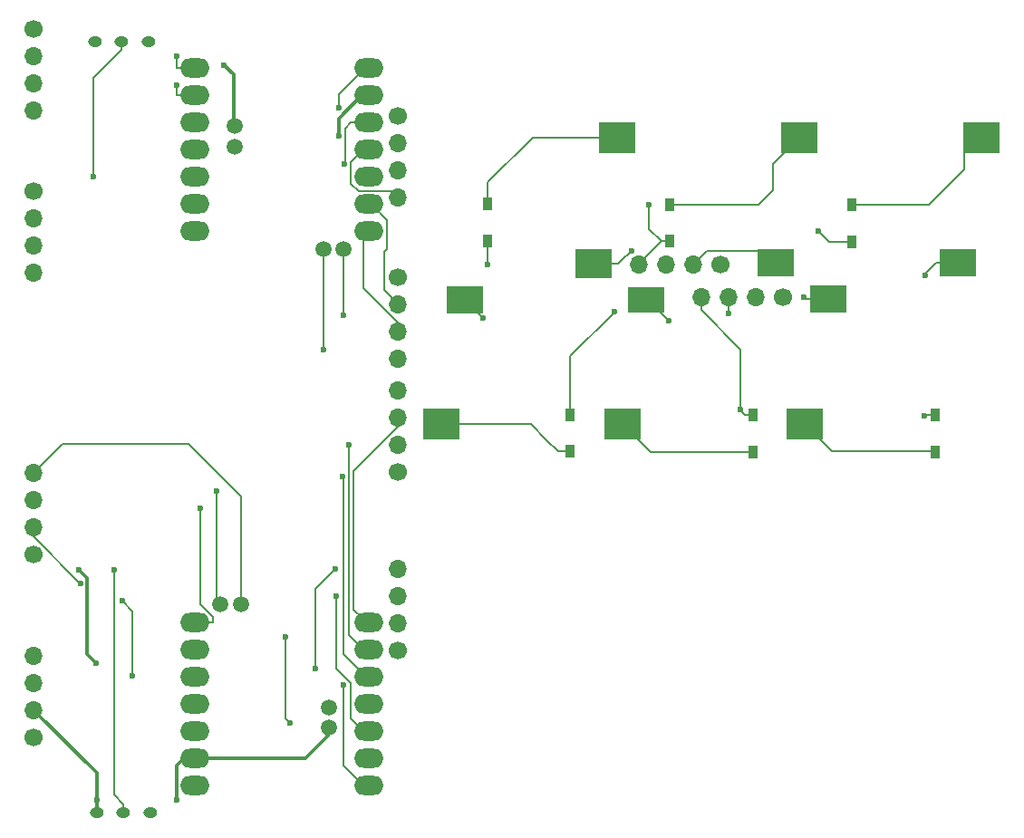
<source format=gbr>
G04 #@! TF.GenerationSoftware,KiCad,Pcbnew,9.0.0*
G04 #@! TF.CreationDate,2025-04-19T14:36:31+09:00*
G04 #@! TF.ProjectId,nofy_V2_E,6e6f6679-5f56-4325-9f45-2e6b69636164,rev?*
G04 #@! TF.SameCoordinates,Original*
G04 #@! TF.FileFunction,Copper,L2,Bot*
G04 #@! TF.FilePolarity,Positive*
%FSLAX46Y46*%
G04 Gerber Fmt 4.6, Leading zero omitted, Abs format (unit mm)*
G04 Created by KiCad (PCBNEW 9.0.0) date 2025-04-19 14:36:31*
%MOMM*%
%LPD*%
G01*
G04 APERTURE LIST*
G04 #@! TA.AperFunction,SMDPad,CuDef*
%ADD10R,0.950000X1.200000*%
G04 #@! TD*
G04 #@! TA.AperFunction,ComponentPad*
%ADD11O,2.750000X1.800000*%
G04 #@! TD*
G04 #@! TA.AperFunction,ComponentPad*
%ADD12C,1.500000*%
G04 #@! TD*
G04 #@! TA.AperFunction,SMDPad,CuDef*
%ADD13R,3.500000X2.700000*%
G04 #@! TD*
G04 #@! TA.AperFunction,SMDPad,CuDef*
%ADD14R,3.500000X3.000000*%
G04 #@! TD*
G04 #@! TA.AperFunction,SMDPad,CuDef*
%ADD15R,3.500000X2.650000*%
G04 #@! TD*
G04 #@! TA.AperFunction,ComponentPad*
%ADD16C,1.700000*%
G04 #@! TD*
G04 #@! TA.AperFunction,ComponentPad*
%ADD17O,1.700000X1.700000*%
G04 #@! TD*
G04 #@! TA.AperFunction,SMDPad,CuDef*
%ADD18R,3.500000X2.450000*%
G04 #@! TD*
G04 #@! TA.AperFunction,SMDPad,CuDef*
%ADD19R,3.500000X2.500000*%
G04 #@! TD*
G04 #@! TA.AperFunction,ComponentPad*
%ADD20O,1.300000X1.000000*%
G04 #@! TD*
G04 #@! TA.AperFunction,ViaPad*
%ADD21C,0.600000*%
G04 #@! TD*
G04 #@! TA.AperFunction,Conductor*
%ADD22C,0.200000*%
G04 #@! TD*
G04 #@! TA.AperFunction,Conductor*
%ADD23C,0.300000*%
G04 #@! TD*
G04 APERTURE END LIST*
D10*
X104145500Y-55829525D03*
X104145500Y-59279525D03*
D11*
X34979100Y-23434100D03*
X34979100Y-25974100D03*
X34979100Y-28514100D03*
X34979100Y-31054100D03*
X34979100Y-33594100D03*
X34979100Y-36134100D03*
X34979100Y-38674100D03*
X51219100Y-38674100D03*
X51219100Y-36134100D03*
X51219100Y-33594100D03*
X51219100Y-31054100D03*
X51219100Y-28514100D03*
X51219100Y-25974100D03*
X51219100Y-23434100D03*
D12*
X46934500Y-40366100D03*
X48814100Y-40366100D03*
X38654100Y-30737100D03*
X38654100Y-28832100D03*
D13*
X72245500Y-41653000D03*
D14*
X74445500Y-29903000D03*
D10*
X96295500Y-39652975D03*
X96295500Y-36202975D03*
X87095500Y-55829525D03*
X87095500Y-59279525D03*
D15*
X89245500Y-41628000D03*
D14*
X91445500Y-29903000D03*
D16*
X53899100Y-42934100D03*
D17*
X53899100Y-45474100D03*
X53899100Y-48014100D03*
X53899100Y-50554100D03*
D18*
X77145500Y-45078000D03*
D14*
X74945500Y-56703000D03*
D16*
X89865500Y-44853000D03*
D17*
X87325500Y-44853000D03*
X84785500Y-44853000D03*
X82245500Y-44853000D03*
D16*
X19899100Y-34879100D03*
D17*
X19899100Y-37419100D03*
X19899100Y-39959100D03*
X19899100Y-42499100D03*
D19*
X60145500Y-45053000D03*
D14*
X57945500Y-56703000D03*
D10*
X70045500Y-55803025D03*
X70045500Y-59253025D03*
D20*
X30780500Y-92998000D03*
X28280500Y-92998000D03*
X25780500Y-92998000D03*
D16*
X19880500Y-85948000D03*
D17*
X19880500Y-83408000D03*
X19880500Y-80868000D03*
X19880500Y-78328000D03*
D16*
X53880500Y-77848000D03*
D17*
X53880500Y-75308000D03*
X53880500Y-72768000D03*
X53880500Y-70228000D03*
D10*
X62295500Y-39552975D03*
X62295500Y-36102975D03*
D16*
X53899100Y-27874100D03*
D17*
X53899100Y-30414100D03*
X53899100Y-32954100D03*
X53899100Y-35494100D03*
D16*
X53880500Y-61148000D03*
D17*
X53880500Y-58608000D03*
X53880500Y-56068000D03*
X53880500Y-53528000D03*
D15*
X94145500Y-44978000D03*
D14*
X91945500Y-56703000D03*
D20*
X25599100Y-20924100D03*
X28099100Y-20924100D03*
X30599100Y-20924100D03*
D16*
X19880500Y-68888000D03*
D17*
X19880500Y-66348000D03*
X19880500Y-63808000D03*
X19880500Y-61268000D03*
D11*
X51200500Y-90468000D03*
X51200500Y-87928000D03*
X51200500Y-85388000D03*
X51200500Y-82848000D03*
X51200500Y-80308000D03*
X51200500Y-77768000D03*
X51200500Y-75228000D03*
X34960500Y-75228000D03*
X34960500Y-77768000D03*
X34960500Y-80308000D03*
X34960500Y-82848000D03*
X34960500Y-85388000D03*
X34960500Y-87928000D03*
X34960500Y-90468000D03*
D12*
X39245100Y-73536000D03*
X37365500Y-73536000D03*
X47525500Y-83165000D03*
X47525500Y-85070000D03*
D16*
X19899100Y-19734100D03*
D17*
X19899100Y-22274100D03*
X19899100Y-24814100D03*
X19899100Y-27354100D03*
D10*
X79295500Y-39602975D03*
X79295500Y-36152975D03*
D16*
X84045500Y-41753000D03*
D17*
X81505500Y-41753000D03*
X78965500Y-41753000D03*
X76425500Y-41753000D03*
D15*
X106245500Y-41628000D03*
D14*
X108445500Y-29903000D03*
D21*
X24095500Y-70268700D03*
X25733900Y-79056300D03*
X27395500Y-70268700D03*
X33233800Y-91805600D03*
X25780500Y-91805600D03*
X25500800Y-33545000D03*
X37695500Y-23103000D03*
X48379000Y-29779900D03*
X75723100Y-40503000D03*
X103216600Y-42811200D03*
X74128700Y-46207500D03*
X85928800Y-55353000D03*
X103116700Y-55886700D03*
X93195500Y-38653000D03*
X62295500Y-41753000D03*
X77408200Y-36166000D03*
X61900000Y-46807500D03*
X84785500Y-46331000D03*
X91863500Y-44853000D03*
X79197200Y-46984400D03*
X33302400Y-22270000D03*
X33302400Y-25020800D03*
X48814100Y-46500000D03*
X48395500Y-27153000D03*
X48938000Y-32392400D03*
X46934500Y-49746600D03*
X48811368Y-81034897D03*
X46209400Y-79566900D03*
X48095500Y-70228000D03*
X48192500Y-72774400D03*
X43421300Y-76532800D03*
X43845500Y-84603000D03*
X48751800Y-61593400D03*
X36974100Y-62974300D03*
X49356000Y-58589100D03*
X24245500Y-71553000D03*
X35460500Y-64555100D03*
X29108300Y-80241800D03*
X28145500Y-73203000D03*
D22*
X76425500Y-41696300D02*
X78518800Y-39603000D01*
X78518800Y-39603000D02*
X78520300Y-39603000D01*
X76425500Y-41753000D02*
X76425500Y-41696300D01*
X104145500Y-59279500D02*
X104145500Y-59253000D01*
X104145500Y-59253000D02*
X94495500Y-59253000D01*
X94495500Y-59253000D02*
X91945500Y-56703000D01*
X74945500Y-56703000D02*
X77522025Y-59279525D01*
X77522025Y-59279525D02*
X87095475Y-59279525D01*
X87095475Y-59279525D02*
X87095500Y-59279500D01*
X66345500Y-56703000D02*
X57945500Y-56703000D01*
X68895500Y-59253000D02*
X67795500Y-58153000D01*
X70045500Y-59253000D02*
X68895500Y-59253000D01*
X67795500Y-58153000D02*
X66345500Y-56703000D01*
X108445500Y-31253000D02*
X107095500Y-29903000D01*
X103540500Y-36158000D02*
X97117200Y-36158000D01*
X107095500Y-29903000D02*
X106844500Y-29903000D01*
X108445500Y-29903000D02*
X108445500Y-31253000D01*
X106844500Y-29903000D02*
X106844500Y-32854000D01*
X97117200Y-36158000D02*
X97072200Y-36203000D01*
X97072200Y-36203000D02*
X96295500Y-36203000D01*
X106844500Y-32854000D02*
X103540500Y-36158000D01*
X62295500Y-36103000D02*
X62295500Y-34103000D01*
X66495500Y-29903000D02*
X74445500Y-29903000D01*
X62295500Y-34103000D02*
X66495500Y-29903000D01*
X87656400Y-36142100D02*
X88986100Y-34812400D01*
X87656400Y-36153000D02*
X87656400Y-36142100D01*
X88986100Y-32362400D02*
X91445500Y-29903000D01*
X88986100Y-34812400D02*
X88986100Y-32362400D01*
X79295500Y-36153000D02*
X87656400Y-36153000D01*
D23*
X24895500Y-71068700D02*
X24895500Y-78217900D01*
X24895500Y-78217900D02*
X25733900Y-79056300D01*
X24095500Y-70268700D02*
X24895500Y-71068700D01*
D22*
X27395500Y-70268700D02*
X27395500Y-91311300D01*
X27395500Y-91311300D02*
X28280500Y-92196300D01*
X28280500Y-92196300D02*
X28280500Y-92998000D01*
D23*
X47253453Y-85366456D02*
X47287544Y-85332364D01*
X35460500Y-87928000D02*
X45270499Y-87928000D01*
X25780500Y-89308000D02*
X19880500Y-83408000D01*
X47435168Y-85763331D02*
X47148590Y-85476753D01*
X47238007Y-85247761D02*
X47201081Y-85171606D01*
X47241850Y-85399902D02*
X47253453Y-85388299D01*
X45270499Y-87928000D02*
X47435168Y-85763331D01*
X47525500Y-85070000D02*
X47279666Y-85315834D01*
X47164999Y-85476753D02*
X47180445Y-85461307D01*
X47180445Y-85461307D02*
X47228658Y-85437930D01*
X47271014Y-85315834D02*
X47253453Y-85279617D01*
X47201621Y-85070000D02*
X47525500Y-85070000D01*
X47148590Y-85476753D02*
X47164999Y-85476753D01*
X47253453Y-85263207D02*
X47238007Y-85247761D01*
X47253453Y-85388299D02*
X47253453Y-85366456D01*
X33233800Y-88614700D02*
X33233800Y-91805600D01*
X33920500Y-87928000D02*
X33233800Y-88614700D01*
X47287544Y-85332364D02*
X47271014Y-85315834D01*
X25780500Y-92998000D02*
X25780500Y-91805600D01*
X35460500Y-87928000D02*
X33920500Y-87928000D01*
X47279666Y-85315834D02*
X47271014Y-85315834D01*
X47253453Y-85279617D02*
X47253453Y-85263207D01*
X47228658Y-85437930D02*
X47241850Y-85399902D01*
X47201081Y-85171606D02*
X47201621Y-85070000D01*
X25780500Y-91805600D02*
X25780500Y-89308000D01*
D22*
X25500800Y-24324100D02*
X28099100Y-21725800D01*
X28099100Y-21725800D02*
X28099100Y-20924100D01*
X25500800Y-33545000D02*
X25500800Y-24324100D01*
D23*
X38595500Y-24003000D02*
X38595500Y-28773500D01*
X37695500Y-23103000D02*
X38595500Y-24003000D01*
X48379000Y-29779900D02*
X48379000Y-28119500D01*
X50524400Y-25974100D02*
X50719100Y-25974100D01*
X48379000Y-28119500D02*
X50524400Y-25974100D01*
X38595500Y-28773500D02*
X38654100Y-28832100D01*
D22*
X88120500Y-40503000D02*
X89245500Y-41628000D01*
X82755500Y-40503000D02*
X88120500Y-40503000D01*
X81505500Y-41753000D02*
X82755500Y-40503000D01*
X75723100Y-40503000D02*
X75323100Y-40903000D01*
X75323100Y-40903000D02*
X75245500Y-40903000D01*
X74495500Y-41653000D02*
X72245500Y-41653000D01*
X75245500Y-40903000D02*
X74495500Y-41653000D01*
X103216600Y-42605200D02*
X103216600Y-42811200D01*
X104193800Y-41628000D02*
X103216600Y-42605200D01*
X106245500Y-41628000D02*
X104193800Y-41628000D01*
X74128700Y-46207500D02*
X74128700Y-46269800D01*
X85928800Y-49688000D02*
X82245500Y-46004700D01*
X86231500Y-55742100D02*
X85928800Y-55439500D01*
X86318800Y-55829500D02*
X86231500Y-55742100D01*
X104145500Y-55829500D02*
X103368800Y-55829500D01*
X85928800Y-55439500D02*
X85928800Y-49688000D01*
X74128700Y-46269800D02*
X70045500Y-50353000D01*
X86231500Y-55742100D02*
X85928800Y-55439400D01*
X85928800Y-55439400D02*
X85928800Y-55353000D01*
X70045500Y-50353000D02*
X70045500Y-55803000D01*
X87095500Y-55829500D02*
X86318800Y-55829500D01*
X103368800Y-55829500D02*
X103173900Y-55829500D01*
X103173900Y-55829500D02*
X103116700Y-55886700D01*
X82245500Y-44853000D02*
X82245500Y-46004700D01*
X62295500Y-39553000D02*
X62295500Y-41753000D01*
X94195500Y-39653000D02*
X96295500Y-39653000D01*
X77408200Y-38490900D02*
X77408200Y-36166000D01*
X78520300Y-39603000D02*
X77408200Y-38490900D01*
X79295500Y-39603000D02*
X78619700Y-39603000D01*
X93195500Y-38653000D02*
X94195500Y-39653000D01*
X78619700Y-39603000D02*
X78520300Y-39603000D01*
X60145500Y-45053000D02*
X61900000Y-46807500D01*
X84785500Y-44853000D02*
X84785500Y-46331000D01*
X94145500Y-44978000D02*
X91988500Y-44978000D01*
X91988500Y-44978000D02*
X91863500Y-44853000D01*
X77145500Y-45078000D02*
X77290800Y-45078000D01*
X77290800Y-45078000D02*
X79197200Y-46984400D01*
X35479100Y-23434100D02*
X33302400Y-23434100D01*
X33302400Y-23434100D02*
X33302400Y-22270000D01*
X35479100Y-25974100D02*
X33302400Y-25974100D01*
X33302400Y-25974100D02*
X33302400Y-25020800D01*
X48814100Y-40366100D02*
X48814100Y-46500000D01*
X49543100Y-32205400D02*
X50694400Y-31054100D01*
X53338100Y-34933100D02*
X50275600Y-34933100D01*
X49543100Y-34200600D02*
X49543100Y-32205400D01*
X50694400Y-31054100D02*
X50719100Y-31054100D01*
X53899100Y-35494100D02*
X53338100Y-34933100D01*
X50275600Y-34933100D02*
X49543100Y-34200600D01*
X48382900Y-25865600D02*
X50719100Y-23529400D01*
X48395500Y-27153000D02*
X48382900Y-27140400D01*
X48382900Y-27140400D02*
X48382900Y-25865600D01*
X50719100Y-23529400D02*
X50719100Y-23434100D01*
X48938000Y-32392400D02*
X48980700Y-32349700D01*
X48980700Y-32349700D02*
X48980700Y-29075800D01*
X50719100Y-28514100D02*
X49542400Y-28514100D01*
X48980700Y-29075800D02*
X49542400Y-28514100D01*
X50719100Y-43970300D02*
X50719100Y-38674100D01*
X53899100Y-48014100D02*
X53899100Y-47150300D01*
X53899100Y-47150300D02*
X50719100Y-43970300D01*
X52645500Y-44153000D02*
X52645500Y-40603000D01*
X52895100Y-40353400D02*
X52895100Y-37602600D01*
X52895100Y-37602600D02*
X51426600Y-36134100D01*
X51426600Y-36134100D02*
X50719100Y-36134100D01*
X53899100Y-45474100D02*
X53899100Y-45406600D01*
X53899100Y-45406600D02*
X52645500Y-44153000D01*
X52645500Y-40603000D02*
X52895100Y-40353400D01*
X46934500Y-40366100D02*
X46934500Y-49746600D01*
X48811368Y-81171868D02*
X48842500Y-81203000D01*
X48842500Y-81203000D02*
X48842500Y-88600000D01*
X48811368Y-81034897D02*
X48811368Y-81171868D01*
X48842500Y-88600000D02*
X50700500Y-90458000D01*
X50700500Y-90458000D02*
X50700500Y-90468000D01*
X46209400Y-79566900D02*
X46209400Y-72114100D01*
X46209400Y-72114100D02*
X48095500Y-70228000D01*
X49523800Y-84211300D02*
X49523800Y-80898800D01*
X48192500Y-79567500D02*
X48192500Y-72774400D01*
X50700500Y-85388000D02*
X49523800Y-84211300D01*
X49523800Y-80898800D02*
X48192500Y-79567500D01*
X43421300Y-84178800D02*
X43421300Y-76532800D01*
X43845500Y-84603000D02*
X43421300Y-84178800D01*
X48811000Y-61652600D02*
X48751800Y-61593400D01*
X50700500Y-80058000D02*
X48811000Y-78168500D01*
X48811000Y-78168500D02*
X48811000Y-61652600D01*
X50700500Y-80308000D02*
X50700500Y-80058000D01*
X53880500Y-56951200D02*
X53880500Y-56068000D01*
X49792200Y-73987500D02*
X49792200Y-61039500D01*
X50700500Y-75228000D02*
X50700500Y-74895800D01*
X50700500Y-74895800D02*
X49792200Y-73987500D01*
X49792200Y-61039500D02*
X53880500Y-56951200D01*
X36974100Y-62974300D02*
X36974100Y-73144600D01*
X36974100Y-73144600D02*
X37365500Y-73536000D01*
X49356000Y-76423500D02*
X49356000Y-58589100D01*
X50700500Y-77768000D02*
X49356000Y-76423500D01*
X34354300Y-58553000D02*
X39245100Y-63443800D01*
X22595500Y-58553000D02*
X34354300Y-58553000D01*
X19880500Y-61268000D02*
X22595500Y-58553000D01*
X39245100Y-63443800D02*
X39245100Y-73536000D01*
X24221701Y-71553000D02*
X19880500Y-67211799D01*
X19880500Y-67211799D02*
X19880500Y-66348000D01*
X24245500Y-71553000D02*
X24221701Y-71553000D01*
X35460500Y-73553500D02*
X35460500Y-64555100D01*
X36637200Y-75228000D02*
X36637200Y-74730200D01*
X36637200Y-74730200D02*
X35460500Y-73553500D01*
X35460500Y-75228000D02*
X36637200Y-75228000D01*
X29108300Y-74165800D02*
X29108300Y-80241800D01*
X28145500Y-73203000D02*
X29108300Y-74165800D01*
M02*

</source>
